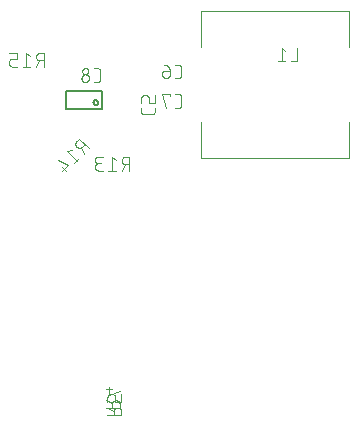
<source format=gbr>
G04 EAGLE Gerber RS-274X export*
G75*
%MOMM*%
%FSLAX34Y34*%
%LPD*%
%INSilkscreen Bottom*%
%IPPOS*%
%AMOC8*
5,1,8,0,0,1.08239X$1,22.5*%
G01*
%ADD10C,0.101600*%
%ADD11C,0.152400*%
%ADD12C,0.100000*%
%ADD13C,0.100000*%


D10*
X368508Y644158D02*
X380192Y644158D01*
X380192Y647404D01*
X380190Y647517D01*
X380184Y647630D01*
X380174Y647743D01*
X380160Y647856D01*
X380143Y647968D01*
X380121Y648079D01*
X380096Y648189D01*
X380066Y648299D01*
X380033Y648407D01*
X379996Y648514D01*
X379956Y648620D01*
X379911Y648724D01*
X379863Y648827D01*
X379812Y648928D01*
X379757Y649027D01*
X379699Y649124D01*
X379637Y649219D01*
X379572Y649312D01*
X379504Y649402D01*
X379433Y649490D01*
X379358Y649576D01*
X379281Y649659D01*
X379201Y649739D01*
X379118Y649816D01*
X379032Y649891D01*
X378944Y649962D01*
X378854Y650030D01*
X378761Y650095D01*
X378666Y650157D01*
X378569Y650215D01*
X378470Y650270D01*
X378369Y650321D01*
X378266Y650369D01*
X378162Y650414D01*
X378056Y650454D01*
X377949Y650491D01*
X377841Y650524D01*
X377731Y650554D01*
X377621Y650579D01*
X377510Y650601D01*
X377398Y650618D01*
X377285Y650632D01*
X377172Y650642D01*
X377059Y650648D01*
X376946Y650650D01*
X376833Y650648D01*
X376720Y650642D01*
X376607Y650632D01*
X376494Y650618D01*
X376382Y650601D01*
X376271Y650579D01*
X376161Y650554D01*
X376051Y650524D01*
X375943Y650491D01*
X375836Y650454D01*
X375730Y650414D01*
X375626Y650369D01*
X375523Y650321D01*
X375422Y650270D01*
X375323Y650215D01*
X375226Y650157D01*
X375131Y650095D01*
X375038Y650030D01*
X374948Y649962D01*
X374860Y649891D01*
X374774Y649816D01*
X374691Y649739D01*
X374611Y649659D01*
X374534Y649576D01*
X374459Y649490D01*
X374388Y649402D01*
X374320Y649312D01*
X374255Y649219D01*
X374193Y649124D01*
X374135Y649027D01*
X374080Y648928D01*
X374029Y648827D01*
X373981Y648724D01*
X373936Y648620D01*
X373896Y648514D01*
X373859Y648407D01*
X373826Y648299D01*
X373796Y648189D01*
X373771Y648079D01*
X373749Y647968D01*
X373732Y647856D01*
X373718Y647743D01*
X373708Y647630D01*
X373702Y647517D01*
X373700Y647404D01*
X373701Y647404D02*
X373701Y644158D01*
X373701Y648053D02*
X368508Y650649D01*
X371104Y655514D02*
X380192Y658111D01*
X371104Y655514D02*
X371104Y662005D01*
X373701Y660058D02*
X368508Y660058D01*
X369808Y637995D02*
X381492Y637995D01*
X381492Y641240D01*
X381490Y641353D01*
X381484Y641466D01*
X381474Y641579D01*
X381460Y641692D01*
X381443Y641804D01*
X381421Y641915D01*
X381396Y642025D01*
X381366Y642135D01*
X381333Y642243D01*
X381296Y642350D01*
X381256Y642456D01*
X381211Y642560D01*
X381163Y642663D01*
X381112Y642764D01*
X381057Y642863D01*
X380999Y642960D01*
X380937Y643055D01*
X380872Y643148D01*
X380804Y643238D01*
X380733Y643326D01*
X380658Y643412D01*
X380581Y643495D01*
X380501Y643575D01*
X380418Y643652D01*
X380332Y643727D01*
X380244Y643798D01*
X380154Y643866D01*
X380061Y643931D01*
X379966Y643993D01*
X379869Y644051D01*
X379770Y644106D01*
X379669Y644157D01*
X379566Y644205D01*
X379462Y644250D01*
X379356Y644290D01*
X379249Y644327D01*
X379141Y644360D01*
X379031Y644390D01*
X378921Y644415D01*
X378810Y644437D01*
X378698Y644454D01*
X378585Y644468D01*
X378472Y644478D01*
X378359Y644484D01*
X378246Y644486D01*
X378133Y644484D01*
X378020Y644478D01*
X377907Y644468D01*
X377794Y644454D01*
X377682Y644437D01*
X377571Y644415D01*
X377461Y644390D01*
X377351Y644360D01*
X377243Y644327D01*
X377136Y644290D01*
X377030Y644250D01*
X376926Y644205D01*
X376823Y644157D01*
X376722Y644106D01*
X376623Y644051D01*
X376526Y643993D01*
X376431Y643931D01*
X376338Y643866D01*
X376248Y643798D01*
X376160Y643727D01*
X376074Y643652D01*
X375991Y643575D01*
X375911Y643495D01*
X375834Y643412D01*
X375759Y643326D01*
X375688Y643238D01*
X375620Y643148D01*
X375555Y643055D01*
X375493Y642960D01*
X375435Y642863D01*
X375380Y642764D01*
X375329Y642663D01*
X375281Y642560D01*
X375236Y642456D01*
X375196Y642350D01*
X375159Y642243D01*
X375126Y642135D01*
X375096Y642025D01*
X375071Y641915D01*
X375049Y641804D01*
X375032Y641692D01*
X375018Y641579D01*
X375008Y641466D01*
X375002Y641353D01*
X375000Y641240D01*
X375001Y641240D02*
X375001Y637995D01*
X375001Y641889D02*
X369808Y644486D01*
X369808Y649351D02*
X369808Y653246D01*
X369810Y653345D01*
X369816Y653445D01*
X369825Y653544D01*
X369838Y653642D01*
X369855Y653740D01*
X369876Y653838D01*
X369901Y653934D01*
X369929Y654029D01*
X369961Y654123D01*
X369996Y654216D01*
X370035Y654308D01*
X370078Y654398D01*
X370123Y654486D01*
X370173Y654573D01*
X370225Y654657D01*
X370281Y654740D01*
X370339Y654820D01*
X370401Y654898D01*
X370466Y654973D01*
X370534Y655046D01*
X370604Y655116D01*
X370677Y655184D01*
X370752Y655249D01*
X370830Y655311D01*
X370910Y655369D01*
X370993Y655425D01*
X371077Y655477D01*
X371164Y655527D01*
X371252Y655572D01*
X371342Y655615D01*
X371434Y655654D01*
X371527Y655689D01*
X371621Y655721D01*
X371716Y655749D01*
X371812Y655774D01*
X371910Y655795D01*
X372008Y655812D01*
X372106Y655825D01*
X372205Y655834D01*
X372305Y655840D01*
X372404Y655842D01*
X373703Y655842D01*
X373802Y655840D01*
X373902Y655834D01*
X374001Y655825D01*
X374099Y655812D01*
X374197Y655795D01*
X374295Y655774D01*
X374391Y655749D01*
X374486Y655721D01*
X374580Y655689D01*
X374673Y655654D01*
X374765Y655615D01*
X374855Y655572D01*
X374943Y655527D01*
X375030Y655477D01*
X375114Y655425D01*
X375197Y655369D01*
X375277Y655311D01*
X375355Y655249D01*
X375430Y655184D01*
X375503Y655116D01*
X375573Y655046D01*
X375641Y654973D01*
X375706Y654898D01*
X375768Y654820D01*
X375826Y654740D01*
X375882Y654657D01*
X375934Y654573D01*
X375984Y654486D01*
X376029Y654398D01*
X376072Y654308D01*
X376111Y654216D01*
X376146Y654123D01*
X376178Y654029D01*
X376206Y653934D01*
X376231Y653838D01*
X376252Y653740D01*
X376269Y653642D01*
X376282Y653544D01*
X376291Y653445D01*
X376297Y653345D01*
X376299Y653246D01*
X376299Y649351D01*
X381492Y649351D01*
X381492Y655842D01*
D11*
X365000Y912500D02*
X335000Y912500D01*
X365000Y912500D02*
X365000Y897500D01*
X335000Y897500D01*
X335000Y912500D01*
X358000Y903000D02*
X358002Y903089D01*
X358008Y903178D01*
X358018Y903267D01*
X358032Y903355D01*
X358049Y903442D01*
X358071Y903528D01*
X358097Y903614D01*
X358126Y903698D01*
X358159Y903781D01*
X358195Y903862D01*
X358236Y903942D01*
X358279Y904019D01*
X358326Y904095D01*
X358377Y904168D01*
X358430Y904239D01*
X358487Y904308D01*
X358547Y904374D01*
X358610Y904438D01*
X358675Y904498D01*
X358743Y904556D01*
X358814Y904610D01*
X358887Y904661D01*
X358962Y904709D01*
X359039Y904754D01*
X359118Y904795D01*
X359199Y904832D01*
X359281Y904866D01*
X359365Y904897D01*
X359450Y904923D01*
X359536Y904946D01*
X359623Y904964D01*
X359711Y904979D01*
X359800Y904990D01*
X359889Y904997D01*
X359978Y905000D01*
X360067Y904999D01*
X360156Y904994D01*
X360244Y904985D01*
X360333Y904972D01*
X360420Y904955D01*
X360507Y904935D01*
X360593Y904910D01*
X360677Y904882D01*
X360760Y904850D01*
X360842Y904814D01*
X360922Y904775D01*
X361000Y904732D01*
X361076Y904686D01*
X361150Y904636D01*
X361222Y904583D01*
X361291Y904527D01*
X361358Y904468D01*
X361422Y904406D01*
X361483Y904342D01*
X361542Y904274D01*
X361597Y904204D01*
X361649Y904132D01*
X361698Y904057D01*
X361743Y903981D01*
X361785Y903902D01*
X361823Y903822D01*
X361858Y903740D01*
X361889Y903656D01*
X361917Y903571D01*
X361940Y903485D01*
X361960Y903398D01*
X361976Y903311D01*
X361988Y903222D01*
X361996Y903134D01*
X362000Y903045D01*
X362000Y902955D01*
X361996Y902866D01*
X361988Y902778D01*
X361976Y902689D01*
X361960Y902602D01*
X361940Y902515D01*
X361917Y902429D01*
X361889Y902344D01*
X361858Y902260D01*
X361823Y902178D01*
X361785Y902098D01*
X361743Y902019D01*
X361698Y901943D01*
X361649Y901868D01*
X361597Y901796D01*
X361542Y901726D01*
X361483Y901658D01*
X361422Y901594D01*
X361358Y901532D01*
X361291Y901473D01*
X361222Y901417D01*
X361150Y901364D01*
X361076Y901314D01*
X361000Y901268D01*
X360922Y901225D01*
X360842Y901186D01*
X360760Y901150D01*
X360677Y901118D01*
X360593Y901090D01*
X360507Y901065D01*
X360420Y901045D01*
X360333Y901028D01*
X360244Y901015D01*
X360156Y901006D01*
X360067Y901001D01*
X359978Y901000D01*
X359889Y901003D01*
X359800Y901010D01*
X359711Y901021D01*
X359623Y901036D01*
X359536Y901054D01*
X359450Y901077D01*
X359365Y901103D01*
X359281Y901134D01*
X359199Y901168D01*
X359118Y901205D01*
X359039Y901246D01*
X358962Y901291D01*
X358887Y901339D01*
X358814Y901390D01*
X358743Y901444D01*
X358675Y901502D01*
X358610Y901562D01*
X358547Y901626D01*
X358487Y901692D01*
X358430Y901761D01*
X358377Y901832D01*
X358326Y901905D01*
X358279Y901981D01*
X358236Y902058D01*
X358195Y902138D01*
X358159Y902219D01*
X358126Y902302D01*
X358097Y902386D01*
X358071Y902472D01*
X358049Y902558D01*
X358032Y902645D01*
X358018Y902733D01*
X358008Y902822D01*
X358002Y902911D01*
X358000Y903000D01*
D10*
X398208Y898001D02*
X398208Y895404D01*
X398210Y895305D01*
X398216Y895205D01*
X398225Y895106D01*
X398238Y895008D01*
X398255Y894910D01*
X398276Y894812D01*
X398301Y894716D01*
X398329Y894621D01*
X398361Y894527D01*
X398396Y894434D01*
X398435Y894342D01*
X398478Y894252D01*
X398523Y894164D01*
X398573Y894077D01*
X398625Y893993D01*
X398681Y893910D01*
X398739Y893830D01*
X398801Y893752D01*
X398866Y893677D01*
X398934Y893604D01*
X399004Y893534D01*
X399077Y893466D01*
X399152Y893401D01*
X399230Y893339D01*
X399310Y893281D01*
X399393Y893225D01*
X399477Y893173D01*
X399564Y893123D01*
X399652Y893078D01*
X399742Y893035D01*
X399834Y892996D01*
X399927Y892961D01*
X400021Y892929D01*
X400116Y892901D01*
X400212Y892876D01*
X400310Y892855D01*
X400408Y892838D01*
X400506Y892825D01*
X400605Y892816D01*
X400705Y892810D01*
X400804Y892808D01*
X407296Y892808D01*
X407395Y892810D01*
X407495Y892816D01*
X407594Y892825D01*
X407692Y892838D01*
X407790Y892855D01*
X407888Y892876D01*
X407984Y892901D01*
X408079Y892929D01*
X408173Y892961D01*
X408266Y892996D01*
X408358Y893035D01*
X408448Y893078D01*
X408536Y893123D01*
X408623Y893173D01*
X408707Y893225D01*
X408790Y893281D01*
X408870Y893339D01*
X408948Y893401D01*
X409023Y893466D01*
X409096Y893534D01*
X409166Y893604D01*
X409234Y893677D01*
X409299Y893752D01*
X409361Y893830D01*
X409419Y893910D01*
X409475Y893993D01*
X409527Y894077D01*
X409577Y894164D01*
X409622Y894252D01*
X409665Y894342D01*
X409704Y894434D01*
X409739Y894526D01*
X409771Y894621D01*
X409799Y894716D01*
X409824Y894812D01*
X409845Y894910D01*
X409862Y895008D01*
X409875Y895106D01*
X409884Y895205D01*
X409890Y895305D01*
X409892Y895404D01*
X409892Y898001D01*
X398208Y902366D02*
X398208Y906261D01*
X398210Y906360D01*
X398216Y906460D01*
X398225Y906559D01*
X398238Y906657D01*
X398255Y906755D01*
X398276Y906853D01*
X398301Y906949D01*
X398329Y907044D01*
X398361Y907138D01*
X398396Y907231D01*
X398435Y907323D01*
X398478Y907413D01*
X398523Y907501D01*
X398573Y907588D01*
X398625Y907672D01*
X398681Y907755D01*
X398739Y907835D01*
X398801Y907913D01*
X398866Y907988D01*
X398934Y908061D01*
X399004Y908131D01*
X399077Y908199D01*
X399152Y908264D01*
X399230Y908326D01*
X399310Y908384D01*
X399393Y908440D01*
X399477Y908492D01*
X399564Y908542D01*
X399652Y908587D01*
X399742Y908630D01*
X399834Y908669D01*
X399927Y908704D01*
X400021Y908736D01*
X400116Y908764D01*
X400212Y908789D01*
X400310Y908810D01*
X400408Y908827D01*
X400506Y908840D01*
X400605Y908849D01*
X400705Y908855D01*
X400804Y908857D01*
X402103Y908857D01*
X402202Y908855D01*
X402302Y908849D01*
X402401Y908840D01*
X402499Y908827D01*
X402597Y908810D01*
X402695Y908789D01*
X402791Y908764D01*
X402886Y908736D01*
X402980Y908704D01*
X403073Y908669D01*
X403165Y908630D01*
X403255Y908587D01*
X403343Y908542D01*
X403430Y908492D01*
X403514Y908440D01*
X403597Y908384D01*
X403677Y908326D01*
X403755Y908264D01*
X403830Y908199D01*
X403903Y908131D01*
X403973Y908061D01*
X404041Y907988D01*
X404106Y907913D01*
X404168Y907835D01*
X404226Y907755D01*
X404282Y907672D01*
X404334Y907588D01*
X404384Y907501D01*
X404429Y907413D01*
X404472Y907323D01*
X404511Y907231D01*
X404546Y907138D01*
X404578Y907044D01*
X404606Y906949D01*
X404631Y906853D01*
X404652Y906755D01*
X404669Y906657D01*
X404682Y906559D01*
X404691Y906460D01*
X404697Y906360D01*
X404699Y906261D01*
X404699Y902366D01*
X409892Y902366D01*
X409892Y908857D01*
X426999Y923208D02*
X429596Y923208D01*
X429695Y923210D01*
X429795Y923216D01*
X429894Y923225D01*
X429992Y923238D01*
X430090Y923255D01*
X430188Y923276D01*
X430284Y923301D01*
X430379Y923329D01*
X430473Y923361D01*
X430566Y923396D01*
X430658Y923435D01*
X430748Y923478D01*
X430836Y923523D01*
X430923Y923573D01*
X431007Y923625D01*
X431090Y923681D01*
X431170Y923739D01*
X431248Y923801D01*
X431323Y923866D01*
X431396Y923934D01*
X431466Y924004D01*
X431534Y924077D01*
X431599Y924152D01*
X431661Y924230D01*
X431719Y924310D01*
X431775Y924393D01*
X431827Y924477D01*
X431877Y924564D01*
X431922Y924652D01*
X431965Y924742D01*
X432004Y924834D01*
X432039Y924927D01*
X432071Y925021D01*
X432099Y925116D01*
X432124Y925212D01*
X432145Y925310D01*
X432162Y925408D01*
X432175Y925506D01*
X432184Y925605D01*
X432190Y925705D01*
X432192Y925804D01*
X432192Y932296D01*
X432190Y932395D01*
X432184Y932495D01*
X432175Y932594D01*
X432162Y932692D01*
X432145Y932790D01*
X432124Y932888D01*
X432099Y932984D01*
X432071Y933079D01*
X432039Y933173D01*
X432004Y933266D01*
X431965Y933358D01*
X431922Y933448D01*
X431877Y933536D01*
X431827Y933623D01*
X431775Y933707D01*
X431719Y933790D01*
X431661Y933870D01*
X431599Y933948D01*
X431534Y934023D01*
X431466Y934096D01*
X431396Y934166D01*
X431323Y934234D01*
X431248Y934299D01*
X431170Y934361D01*
X431090Y934419D01*
X431007Y934475D01*
X430923Y934527D01*
X430836Y934577D01*
X430748Y934622D01*
X430658Y934665D01*
X430566Y934704D01*
X430473Y934739D01*
X430379Y934771D01*
X430284Y934799D01*
X430188Y934824D01*
X430090Y934845D01*
X429992Y934862D01*
X429894Y934875D01*
X429795Y934884D01*
X429695Y934890D01*
X429596Y934892D01*
X426999Y934892D01*
X422634Y929699D02*
X418739Y929699D01*
X418640Y929697D01*
X418540Y929691D01*
X418441Y929682D01*
X418343Y929669D01*
X418245Y929652D01*
X418147Y929631D01*
X418051Y929606D01*
X417956Y929578D01*
X417862Y929546D01*
X417769Y929511D01*
X417677Y929472D01*
X417587Y929429D01*
X417499Y929384D01*
X417412Y929334D01*
X417328Y929282D01*
X417245Y929226D01*
X417165Y929168D01*
X417087Y929106D01*
X417012Y929041D01*
X416939Y928973D01*
X416869Y928903D01*
X416801Y928830D01*
X416736Y928755D01*
X416674Y928677D01*
X416616Y928597D01*
X416560Y928514D01*
X416508Y928430D01*
X416458Y928343D01*
X416413Y928255D01*
X416370Y928165D01*
X416331Y928073D01*
X416296Y927980D01*
X416264Y927886D01*
X416236Y927791D01*
X416211Y927695D01*
X416190Y927597D01*
X416173Y927499D01*
X416160Y927401D01*
X416151Y927302D01*
X416145Y927202D01*
X416143Y927103D01*
X416143Y926454D01*
X416142Y926454D02*
X416144Y926341D01*
X416150Y926228D01*
X416160Y926115D01*
X416174Y926002D01*
X416191Y925890D01*
X416213Y925779D01*
X416238Y925669D01*
X416268Y925559D01*
X416301Y925451D01*
X416338Y925344D01*
X416378Y925238D01*
X416423Y925134D01*
X416471Y925031D01*
X416522Y924930D01*
X416577Y924831D01*
X416635Y924734D01*
X416697Y924639D01*
X416762Y924546D01*
X416830Y924456D01*
X416901Y924368D01*
X416976Y924282D01*
X417053Y924199D01*
X417133Y924119D01*
X417216Y924042D01*
X417302Y923967D01*
X417390Y923896D01*
X417480Y923828D01*
X417573Y923763D01*
X417668Y923701D01*
X417765Y923643D01*
X417864Y923588D01*
X417965Y923537D01*
X418068Y923489D01*
X418172Y923444D01*
X418278Y923404D01*
X418385Y923367D01*
X418493Y923334D01*
X418603Y923304D01*
X418713Y923279D01*
X418824Y923257D01*
X418936Y923240D01*
X419049Y923226D01*
X419162Y923216D01*
X419275Y923210D01*
X419388Y923208D01*
X419501Y923210D01*
X419614Y923216D01*
X419727Y923226D01*
X419840Y923240D01*
X419952Y923257D01*
X420063Y923279D01*
X420173Y923304D01*
X420283Y923334D01*
X420391Y923367D01*
X420498Y923404D01*
X420604Y923444D01*
X420708Y923489D01*
X420811Y923537D01*
X420912Y923588D01*
X421011Y923643D01*
X421108Y923701D01*
X421203Y923763D01*
X421296Y923828D01*
X421386Y923896D01*
X421474Y923967D01*
X421560Y924042D01*
X421643Y924119D01*
X421723Y924199D01*
X421800Y924282D01*
X421875Y924368D01*
X421946Y924456D01*
X422014Y924546D01*
X422079Y924639D01*
X422141Y924734D01*
X422199Y924831D01*
X422254Y924930D01*
X422305Y925031D01*
X422353Y925134D01*
X422398Y925238D01*
X422438Y925344D01*
X422475Y925451D01*
X422508Y925559D01*
X422538Y925669D01*
X422563Y925779D01*
X422585Y925890D01*
X422602Y926002D01*
X422616Y926115D01*
X422626Y926228D01*
X422632Y926341D01*
X422634Y926454D01*
X422634Y929699D01*
X422632Y929842D01*
X422626Y929985D01*
X422616Y930128D01*
X422602Y930270D01*
X422585Y930412D01*
X422563Y930554D01*
X422538Y930695D01*
X422508Y930835D01*
X422475Y930974D01*
X422438Y931112D01*
X422397Y931249D01*
X422353Y931385D01*
X422304Y931520D01*
X422252Y931653D01*
X422197Y931785D01*
X422137Y931915D01*
X422074Y932044D01*
X422008Y932171D01*
X421938Y932296D01*
X421865Y932418D01*
X421788Y932539D01*
X421708Y932658D01*
X421625Y932774D01*
X421539Y932889D01*
X421450Y933000D01*
X421357Y933110D01*
X421262Y933216D01*
X421163Y933320D01*
X421062Y933421D01*
X420958Y933520D01*
X420852Y933615D01*
X420742Y933708D01*
X420631Y933797D01*
X420516Y933883D01*
X420400Y933966D01*
X420281Y934046D01*
X420160Y934123D01*
X420038Y934196D01*
X419913Y934266D01*
X419786Y934332D01*
X419657Y934395D01*
X419527Y934455D01*
X419395Y934510D01*
X419262Y934562D01*
X419127Y934611D01*
X418991Y934655D01*
X418854Y934696D01*
X418716Y934733D01*
X418577Y934766D01*
X418437Y934796D01*
X418296Y934821D01*
X418154Y934843D01*
X418012Y934860D01*
X417870Y934874D01*
X417727Y934884D01*
X417584Y934890D01*
X417441Y934892D01*
X426999Y898208D02*
X429596Y898208D01*
X429695Y898210D01*
X429795Y898216D01*
X429894Y898225D01*
X429992Y898238D01*
X430090Y898255D01*
X430188Y898276D01*
X430284Y898301D01*
X430379Y898329D01*
X430473Y898361D01*
X430566Y898396D01*
X430658Y898435D01*
X430748Y898478D01*
X430836Y898523D01*
X430923Y898573D01*
X431007Y898625D01*
X431090Y898681D01*
X431170Y898739D01*
X431248Y898801D01*
X431323Y898866D01*
X431396Y898934D01*
X431466Y899004D01*
X431534Y899077D01*
X431599Y899152D01*
X431661Y899230D01*
X431719Y899310D01*
X431775Y899393D01*
X431827Y899477D01*
X431877Y899564D01*
X431922Y899652D01*
X431965Y899742D01*
X432004Y899834D01*
X432039Y899927D01*
X432071Y900021D01*
X432099Y900116D01*
X432124Y900212D01*
X432145Y900310D01*
X432162Y900408D01*
X432175Y900506D01*
X432184Y900605D01*
X432190Y900705D01*
X432192Y900804D01*
X432192Y907296D01*
X432190Y907395D01*
X432184Y907495D01*
X432175Y907594D01*
X432162Y907692D01*
X432145Y907790D01*
X432124Y907888D01*
X432099Y907984D01*
X432071Y908079D01*
X432039Y908173D01*
X432004Y908266D01*
X431965Y908358D01*
X431922Y908448D01*
X431877Y908536D01*
X431827Y908623D01*
X431775Y908707D01*
X431719Y908790D01*
X431661Y908870D01*
X431599Y908948D01*
X431534Y909023D01*
X431466Y909096D01*
X431396Y909166D01*
X431323Y909234D01*
X431248Y909299D01*
X431170Y909361D01*
X431090Y909419D01*
X431007Y909475D01*
X430923Y909527D01*
X430836Y909577D01*
X430748Y909622D01*
X430658Y909665D01*
X430566Y909704D01*
X430473Y909739D01*
X430379Y909771D01*
X430284Y909799D01*
X430188Y909824D01*
X430090Y909845D01*
X429992Y909862D01*
X429894Y909875D01*
X429795Y909884D01*
X429695Y909890D01*
X429596Y909892D01*
X426999Y909892D01*
X422634Y909892D02*
X422634Y908594D01*
X422634Y909892D02*
X416143Y909892D01*
X419388Y898208D01*
X361261Y920108D02*
X358664Y920108D01*
X361261Y920108D02*
X361360Y920110D01*
X361460Y920116D01*
X361559Y920125D01*
X361657Y920138D01*
X361755Y920155D01*
X361853Y920176D01*
X361949Y920201D01*
X362044Y920229D01*
X362138Y920261D01*
X362231Y920296D01*
X362323Y920335D01*
X362413Y920378D01*
X362501Y920423D01*
X362588Y920473D01*
X362672Y920525D01*
X362755Y920581D01*
X362835Y920639D01*
X362913Y920701D01*
X362988Y920766D01*
X363061Y920834D01*
X363131Y920904D01*
X363199Y920977D01*
X363264Y921052D01*
X363326Y921130D01*
X363384Y921210D01*
X363440Y921293D01*
X363492Y921377D01*
X363542Y921464D01*
X363587Y921552D01*
X363630Y921642D01*
X363669Y921734D01*
X363704Y921827D01*
X363736Y921921D01*
X363764Y922016D01*
X363789Y922112D01*
X363810Y922210D01*
X363827Y922308D01*
X363840Y922406D01*
X363849Y922505D01*
X363855Y922605D01*
X363857Y922704D01*
X363857Y929196D01*
X363855Y929295D01*
X363849Y929395D01*
X363840Y929494D01*
X363827Y929592D01*
X363810Y929690D01*
X363789Y929788D01*
X363764Y929884D01*
X363736Y929979D01*
X363704Y930073D01*
X363669Y930166D01*
X363630Y930258D01*
X363587Y930348D01*
X363542Y930436D01*
X363492Y930523D01*
X363440Y930607D01*
X363384Y930690D01*
X363326Y930770D01*
X363264Y930848D01*
X363199Y930923D01*
X363131Y930996D01*
X363061Y931066D01*
X362988Y931134D01*
X362913Y931199D01*
X362835Y931261D01*
X362755Y931319D01*
X362672Y931375D01*
X362588Y931427D01*
X362501Y931477D01*
X362413Y931522D01*
X362323Y931565D01*
X362231Y931604D01*
X362138Y931639D01*
X362044Y931671D01*
X361949Y931699D01*
X361853Y931724D01*
X361755Y931745D01*
X361657Y931762D01*
X361559Y931775D01*
X361460Y931784D01*
X361360Y931790D01*
X361261Y931792D01*
X358664Y931792D01*
X354300Y923354D02*
X354298Y923467D01*
X354292Y923580D01*
X354282Y923693D01*
X354268Y923806D01*
X354251Y923918D01*
X354229Y924029D01*
X354204Y924139D01*
X354174Y924249D01*
X354141Y924357D01*
X354104Y924464D01*
X354064Y924570D01*
X354019Y924674D01*
X353971Y924777D01*
X353920Y924878D01*
X353865Y924977D01*
X353807Y925074D01*
X353745Y925169D01*
X353680Y925262D01*
X353612Y925352D01*
X353541Y925440D01*
X353466Y925526D01*
X353389Y925609D01*
X353309Y925689D01*
X353226Y925766D01*
X353140Y925841D01*
X353052Y925912D01*
X352962Y925980D01*
X352869Y926045D01*
X352774Y926107D01*
X352677Y926165D01*
X352578Y926220D01*
X352477Y926271D01*
X352374Y926319D01*
X352270Y926364D01*
X352164Y926404D01*
X352057Y926441D01*
X351949Y926474D01*
X351839Y926504D01*
X351729Y926529D01*
X351618Y926551D01*
X351506Y926568D01*
X351393Y926582D01*
X351280Y926592D01*
X351167Y926598D01*
X351054Y926600D01*
X350941Y926598D01*
X350828Y926592D01*
X350715Y926582D01*
X350602Y926568D01*
X350490Y926551D01*
X350379Y926529D01*
X350269Y926504D01*
X350159Y926474D01*
X350051Y926441D01*
X349944Y926404D01*
X349838Y926364D01*
X349734Y926319D01*
X349631Y926271D01*
X349530Y926220D01*
X349431Y926165D01*
X349334Y926107D01*
X349239Y926045D01*
X349146Y925980D01*
X349056Y925912D01*
X348968Y925841D01*
X348882Y925766D01*
X348799Y925689D01*
X348719Y925609D01*
X348642Y925526D01*
X348567Y925440D01*
X348496Y925352D01*
X348428Y925262D01*
X348363Y925169D01*
X348301Y925074D01*
X348243Y924977D01*
X348188Y924878D01*
X348137Y924777D01*
X348089Y924674D01*
X348044Y924570D01*
X348004Y924464D01*
X347967Y924357D01*
X347934Y924249D01*
X347904Y924139D01*
X347879Y924029D01*
X347857Y923918D01*
X347840Y923806D01*
X347826Y923693D01*
X347816Y923580D01*
X347810Y923467D01*
X347808Y923354D01*
X347810Y923241D01*
X347816Y923128D01*
X347826Y923015D01*
X347840Y922902D01*
X347857Y922790D01*
X347879Y922679D01*
X347904Y922569D01*
X347934Y922459D01*
X347967Y922351D01*
X348004Y922244D01*
X348044Y922138D01*
X348089Y922034D01*
X348137Y921931D01*
X348188Y921830D01*
X348243Y921731D01*
X348301Y921634D01*
X348363Y921539D01*
X348428Y921446D01*
X348496Y921356D01*
X348567Y921268D01*
X348642Y921182D01*
X348719Y921099D01*
X348799Y921019D01*
X348882Y920942D01*
X348968Y920867D01*
X349056Y920796D01*
X349146Y920728D01*
X349239Y920663D01*
X349334Y920601D01*
X349431Y920543D01*
X349530Y920488D01*
X349631Y920437D01*
X349734Y920389D01*
X349838Y920344D01*
X349944Y920304D01*
X350051Y920267D01*
X350159Y920234D01*
X350269Y920204D01*
X350379Y920179D01*
X350490Y920157D01*
X350602Y920140D01*
X350715Y920126D01*
X350828Y920116D01*
X350941Y920110D01*
X351054Y920108D01*
X351167Y920110D01*
X351280Y920116D01*
X351393Y920126D01*
X351506Y920140D01*
X351618Y920157D01*
X351729Y920179D01*
X351839Y920204D01*
X351949Y920234D01*
X352057Y920267D01*
X352164Y920304D01*
X352270Y920344D01*
X352374Y920389D01*
X352477Y920437D01*
X352578Y920488D01*
X352677Y920543D01*
X352774Y920601D01*
X352869Y920663D01*
X352962Y920728D01*
X353052Y920796D01*
X353140Y920867D01*
X353226Y920942D01*
X353309Y921019D01*
X353389Y921099D01*
X353466Y921182D01*
X353541Y921268D01*
X353612Y921356D01*
X353680Y921446D01*
X353745Y921539D01*
X353807Y921634D01*
X353865Y921731D01*
X353920Y921830D01*
X353971Y921931D01*
X354019Y922034D01*
X354064Y922138D01*
X354104Y922244D01*
X354141Y922351D01*
X354174Y922459D01*
X354204Y922569D01*
X354229Y922679D01*
X354251Y922790D01*
X354268Y922902D01*
X354282Y923015D01*
X354292Y923128D01*
X354298Y923241D01*
X354300Y923354D01*
X353650Y929196D02*
X353648Y929297D01*
X353642Y929397D01*
X353632Y929497D01*
X353619Y929597D01*
X353601Y929696D01*
X353580Y929795D01*
X353555Y929892D01*
X353526Y929989D01*
X353493Y930084D01*
X353457Y930178D01*
X353417Y930270D01*
X353374Y930361D01*
X353327Y930450D01*
X353277Y930537D01*
X353223Y930623D01*
X353166Y930706D01*
X353106Y930786D01*
X353043Y930865D01*
X352976Y930941D01*
X352907Y931014D01*
X352835Y931084D01*
X352761Y931152D01*
X352684Y931217D01*
X352604Y931278D01*
X352522Y931337D01*
X352438Y931392D01*
X352352Y931444D01*
X352264Y931493D01*
X352174Y931538D01*
X352082Y931580D01*
X351989Y931618D01*
X351894Y931652D01*
X351799Y931683D01*
X351702Y931710D01*
X351604Y931733D01*
X351505Y931753D01*
X351405Y931768D01*
X351305Y931780D01*
X351205Y931788D01*
X351104Y931792D01*
X351004Y931792D01*
X350903Y931788D01*
X350803Y931780D01*
X350703Y931768D01*
X350603Y931753D01*
X350504Y931733D01*
X350406Y931710D01*
X350309Y931683D01*
X350214Y931652D01*
X350119Y931618D01*
X350026Y931580D01*
X349934Y931538D01*
X349844Y931493D01*
X349756Y931444D01*
X349670Y931392D01*
X349586Y931337D01*
X349504Y931278D01*
X349424Y931217D01*
X349347Y931152D01*
X349273Y931084D01*
X349201Y931014D01*
X349132Y930941D01*
X349065Y930865D01*
X349002Y930786D01*
X348942Y930706D01*
X348885Y930623D01*
X348831Y930537D01*
X348781Y930450D01*
X348734Y930361D01*
X348691Y930270D01*
X348651Y930178D01*
X348615Y930084D01*
X348582Y929989D01*
X348553Y929892D01*
X348528Y929795D01*
X348507Y929696D01*
X348489Y929597D01*
X348476Y929497D01*
X348466Y929397D01*
X348460Y929297D01*
X348458Y929196D01*
X348460Y929095D01*
X348466Y928995D01*
X348476Y928895D01*
X348489Y928795D01*
X348507Y928696D01*
X348528Y928597D01*
X348553Y928500D01*
X348582Y928403D01*
X348615Y928308D01*
X348651Y928214D01*
X348691Y928122D01*
X348734Y928031D01*
X348781Y927942D01*
X348831Y927855D01*
X348885Y927769D01*
X348942Y927686D01*
X349002Y927606D01*
X349065Y927527D01*
X349132Y927451D01*
X349201Y927378D01*
X349273Y927308D01*
X349347Y927240D01*
X349424Y927175D01*
X349504Y927114D01*
X349586Y927055D01*
X349670Y927000D01*
X349756Y926948D01*
X349844Y926899D01*
X349934Y926854D01*
X350026Y926812D01*
X350119Y926774D01*
X350214Y926740D01*
X350309Y926709D01*
X350406Y926682D01*
X350504Y926659D01*
X350603Y926639D01*
X350703Y926624D01*
X350803Y926612D01*
X350903Y926604D01*
X351004Y926600D01*
X351104Y926600D01*
X351205Y926604D01*
X351305Y926612D01*
X351405Y926624D01*
X351505Y926639D01*
X351604Y926659D01*
X351702Y926682D01*
X351799Y926709D01*
X351894Y926740D01*
X351989Y926774D01*
X352082Y926812D01*
X352174Y926854D01*
X352264Y926899D01*
X352352Y926948D01*
X352438Y927000D01*
X352522Y927055D01*
X352604Y927114D01*
X352684Y927175D01*
X352761Y927240D01*
X352835Y927308D01*
X352907Y927378D01*
X352976Y927451D01*
X353043Y927527D01*
X353106Y927606D01*
X353166Y927686D01*
X353223Y927769D01*
X353277Y927855D01*
X353327Y927942D01*
X353374Y928031D01*
X353417Y928122D01*
X353457Y928214D01*
X353493Y928308D01*
X353526Y928403D01*
X353555Y928500D01*
X353580Y928597D01*
X353601Y928696D01*
X353619Y928795D01*
X353632Y928895D01*
X353642Y928995D01*
X353648Y929095D01*
X353650Y929196D01*
X388435Y856792D02*
X388435Y845108D01*
X388435Y856792D02*
X385190Y856792D01*
X385077Y856790D01*
X384964Y856784D01*
X384851Y856774D01*
X384738Y856760D01*
X384626Y856743D01*
X384515Y856721D01*
X384405Y856696D01*
X384295Y856666D01*
X384187Y856633D01*
X384080Y856596D01*
X383974Y856556D01*
X383870Y856511D01*
X383767Y856463D01*
X383666Y856412D01*
X383567Y856357D01*
X383470Y856299D01*
X383375Y856237D01*
X383282Y856172D01*
X383192Y856104D01*
X383104Y856033D01*
X383018Y855958D01*
X382935Y855881D01*
X382855Y855801D01*
X382778Y855718D01*
X382703Y855632D01*
X382632Y855544D01*
X382564Y855454D01*
X382499Y855361D01*
X382437Y855266D01*
X382379Y855169D01*
X382324Y855070D01*
X382273Y854969D01*
X382225Y854866D01*
X382180Y854762D01*
X382140Y854656D01*
X382103Y854549D01*
X382070Y854441D01*
X382040Y854331D01*
X382015Y854221D01*
X381993Y854110D01*
X381976Y853998D01*
X381962Y853885D01*
X381952Y853772D01*
X381946Y853659D01*
X381944Y853546D01*
X381946Y853433D01*
X381952Y853320D01*
X381962Y853207D01*
X381976Y853094D01*
X381993Y852982D01*
X382015Y852871D01*
X382040Y852761D01*
X382070Y852651D01*
X382103Y852543D01*
X382140Y852436D01*
X382180Y852330D01*
X382225Y852226D01*
X382273Y852123D01*
X382324Y852022D01*
X382379Y851923D01*
X382437Y851826D01*
X382499Y851731D01*
X382564Y851638D01*
X382632Y851548D01*
X382703Y851460D01*
X382778Y851374D01*
X382855Y851291D01*
X382935Y851211D01*
X383018Y851134D01*
X383104Y851059D01*
X383192Y850988D01*
X383282Y850920D01*
X383375Y850855D01*
X383470Y850793D01*
X383567Y850735D01*
X383666Y850680D01*
X383767Y850629D01*
X383870Y850581D01*
X383974Y850536D01*
X384080Y850496D01*
X384187Y850459D01*
X384295Y850426D01*
X384405Y850396D01*
X384515Y850371D01*
X384626Y850349D01*
X384738Y850332D01*
X384851Y850318D01*
X384964Y850308D01*
X385077Y850302D01*
X385190Y850300D01*
X385190Y850301D02*
X388435Y850301D01*
X384541Y850301D02*
X381944Y845108D01*
X377079Y854196D02*
X373834Y856792D01*
X373834Y845108D01*
X377079Y845108D02*
X370588Y845108D01*
X365649Y845108D02*
X362404Y845108D01*
X362291Y845110D01*
X362178Y845116D01*
X362065Y845126D01*
X361952Y845140D01*
X361840Y845157D01*
X361729Y845179D01*
X361619Y845204D01*
X361509Y845234D01*
X361401Y845267D01*
X361294Y845304D01*
X361188Y845344D01*
X361084Y845389D01*
X360981Y845437D01*
X360880Y845488D01*
X360781Y845543D01*
X360684Y845601D01*
X360589Y845663D01*
X360496Y845728D01*
X360406Y845796D01*
X360318Y845867D01*
X360232Y845942D01*
X360149Y846019D01*
X360069Y846099D01*
X359992Y846182D01*
X359917Y846268D01*
X359846Y846356D01*
X359778Y846446D01*
X359713Y846539D01*
X359651Y846634D01*
X359593Y846731D01*
X359538Y846830D01*
X359487Y846931D01*
X359439Y847034D01*
X359394Y847138D01*
X359354Y847244D01*
X359317Y847351D01*
X359284Y847459D01*
X359254Y847569D01*
X359229Y847679D01*
X359207Y847790D01*
X359190Y847902D01*
X359176Y848015D01*
X359166Y848128D01*
X359160Y848241D01*
X359158Y848354D01*
X359160Y848467D01*
X359166Y848580D01*
X359176Y848693D01*
X359190Y848806D01*
X359207Y848918D01*
X359229Y849029D01*
X359254Y849139D01*
X359284Y849249D01*
X359317Y849357D01*
X359354Y849464D01*
X359394Y849570D01*
X359439Y849674D01*
X359487Y849777D01*
X359538Y849878D01*
X359593Y849977D01*
X359651Y850074D01*
X359713Y850169D01*
X359778Y850262D01*
X359846Y850352D01*
X359917Y850440D01*
X359992Y850526D01*
X360069Y850609D01*
X360149Y850689D01*
X360232Y850766D01*
X360318Y850841D01*
X360406Y850912D01*
X360496Y850980D01*
X360589Y851045D01*
X360684Y851107D01*
X360781Y851165D01*
X360880Y851220D01*
X360981Y851271D01*
X361084Y851319D01*
X361188Y851364D01*
X361294Y851404D01*
X361401Y851441D01*
X361509Y851474D01*
X361619Y851504D01*
X361729Y851529D01*
X361840Y851551D01*
X361952Y851568D01*
X362065Y851582D01*
X362178Y851592D01*
X362291Y851598D01*
X362404Y851600D01*
X361754Y856792D02*
X365649Y856792D01*
X361754Y856792D02*
X361653Y856790D01*
X361553Y856784D01*
X361453Y856774D01*
X361353Y856761D01*
X361254Y856743D01*
X361155Y856722D01*
X361058Y856697D01*
X360961Y856668D01*
X360866Y856635D01*
X360772Y856599D01*
X360680Y856559D01*
X360589Y856516D01*
X360500Y856469D01*
X360413Y856419D01*
X360327Y856365D01*
X360244Y856308D01*
X360164Y856248D01*
X360085Y856185D01*
X360009Y856118D01*
X359936Y856049D01*
X359866Y855977D01*
X359798Y855903D01*
X359733Y855826D01*
X359672Y855746D01*
X359613Y855664D01*
X359558Y855580D01*
X359506Y855494D01*
X359457Y855406D01*
X359412Y855316D01*
X359370Y855224D01*
X359332Y855131D01*
X359298Y855036D01*
X359267Y854941D01*
X359240Y854844D01*
X359217Y854746D01*
X359197Y854647D01*
X359182Y854547D01*
X359170Y854447D01*
X359162Y854347D01*
X359158Y854246D01*
X359158Y854146D01*
X359162Y854045D01*
X359170Y853945D01*
X359182Y853845D01*
X359197Y853745D01*
X359217Y853646D01*
X359240Y853548D01*
X359267Y853451D01*
X359298Y853356D01*
X359332Y853261D01*
X359370Y853168D01*
X359412Y853076D01*
X359457Y852986D01*
X359506Y852898D01*
X359558Y852812D01*
X359613Y852728D01*
X359672Y852646D01*
X359733Y852566D01*
X359798Y852489D01*
X359866Y852415D01*
X359936Y852343D01*
X360009Y852274D01*
X360085Y852207D01*
X360164Y852144D01*
X360244Y852084D01*
X360327Y852027D01*
X360413Y851973D01*
X360500Y851923D01*
X360589Y851876D01*
X360680Y851833D01*
X360772Y851793D01*
X360866Y851757D01*
X360961Y851724D01*
X361058Y851695D01*
X361155Y851670D01*
X361254Y851649D01*
X361353Y851631D01*
X361453Y851618D01*
X361553Y851608D01*
X361653Y851602D01*
X361754Y851600D01*
X361754Y851599D02*
X364351Y851599D01*
X354173Y863970D02*
X345911Y872232D01*
X343616Y869937D01*
X343537Y869856D01*
X343461Y869772D01*
X343388Y869685D01*
X343319Y869595D01*
X343252Y869504D01*
X343189Y869410D01*
X343129Y869314D01*
X343072Y869216D01*
X343019Y869116D01*
X342969Y869014D01*
X342923Y868910D01*
X342881Y868805D01*
X342842Y868699D01*
X342807Y868591D01*
X342776Y868482D01*
X342748Y868372D01*
X342725Y868261D01*
X342705Y868150D01*
X342689Y868038D01*
X342677Y867925D01*
X342669Y867812D01*
X342665Y867699D01*
X342665Y867585D01*
X342669Y867472D01*
X342677Y867359D01*
X342689Y867246D01*
X342705Y867134D01*
X342725Y867023D01*
X342748Y866912D01*
X342776Y866802D01*
X342807Y866693D01*
X342842Y866585D01*
X342881Y866479D01*
X342923Y866374D01*
X342969Y866270D01*
X343019Y866168D01*
X343072Y866068D01*
X343129Y865970D01*
X343189Y865874D01*
X343252Y865780D01*
X343319Y865689D01*
X343388Y865599D01*
X343461Y865512D01*
X343537Y865428D01*
X343616Y865347D01*
X343697Y865268D01*
X343781Y865192D01*
X343868Y865119D01*
X343958Y865050D01*
X344049Y864983D01*
X344143Y864920D01*
X344239Y864860D01*
X344337Y864803D01*
X344437Y864750D01*
X344539Y864700D01*
X344643Y864654D01*
X344748Y864612D01*
X344854Y864573D01*
X344962Y864538D01*
X345071Y864507D01*
X345181Y864479D01*
X345292Y864456D01*
X345403Y864436D01*
X345515Y864420D01*
X345628Y864408D01*
X345741Y864400D01*
X345854Y864396D01*
X345968Y864396D01*
X346081Y864400D01*
X346194Y864408D01*
X346307Y864420D01*
X346419Y864436D01*
X346530Y864456D01*
X346641Y864479D01*
X346751Y864507D01*
X346860Y864538D01*
X346968Y864573D01*
X347074Y864612D01*
X347179Y864654D01*
X347283Y864700D01*
X347385Y864750D01*
X347485Y864803D01*
X347583Y864860D01*
X347679Y864920D01*
X347773Y864983D01*
X347864Y865050D01*
X347954Y865119D01*
X348041Y865192D01*
X348125Y865268D01*
X348206Y865347D01*
X350501Y867642D01*
X347747Y864888D02*
X349583Y859380D01*
X339717Y862366D02*
X335586Y861907D01*
X343848Y853645D01*
X346143Y855940D02*
X341553Y851350D01*
X336225Y849694D02*
X327963Y854283D01*
X336225Y849694D02*
X331635Y845104D01*
X331176Y848317D02*
X334848Y844645D01*
X315842Y933208D02*
X315842Y944892D01*
X312596Y944892D01*
X312483Y944890D01*
X312370Y944884D01*
X312257Y944874D01*
X312144Y944860D01*
X312032Y944843D01*
X311921Y944821D01*
X311811Y944796D01*
X311701Y944766D01*
X311593Y944733D01*
X311486Y944696D01*
X311380Y944656D01*
X311276Y944611D01*
X311173Y944563D01*
X311072Y944512D01*
X310973Y944457D01*
X310876Y944399D01*
X310781Y944337D01*
X310688Y944272D01*
X310598Y944204D01*
X310510Y944133D01*
X310424Y944058D01*
X310341Y943981D01*
X310261Y943901D01*
X310184Y943818D01*
X310109Y943732D01*
X310038Y943644D01*
X309970Y943554D01*
X309905Y943461D01*
X309843Y943366D01*
X309785Y943269D01*
X309730Y943170D01*
X309679Y943069D01*
X309631Y942966D01*
X309586Y942862D01*
X309546Y942756D01*
X309509Y942649D01*
X309476Y942541D01*
X309446Y942431D01*
X309421Y942321D01*
X309399Y942210D01*
X309382Y942098D01*
X309368Y941985D01*
X309358Y941872D01*
X309352Y941759D01*
X309350Y941646D01*
X309352Y941533D01*
X309358Y941420D01*
X309368Y941307D01*
X309382Y941194D01*
X309399Y941082D01*
X309421Y940971D01*
X309446Y940861D01*
X309476Y940751D01*
X309509Y940643D01*
X309546Y940536D01*
X309586Y940430D01*
X309631Y940326D01*
X309679Y940223D01*
X309730Y940122D01*
X309785Y940023D01*
X309843Y939926D01*
X309905Y939831D01*
X309970Y939738D01*
X310038Y939648D01*
X310109Y939560D01*
X310184Y939474D01*
X310261Y939391D01*
X310341Y939311D01*
X310424Y939234D01*
X310510Y939159D01*
X310598Y939088D01*
X310688Y939020D01*
X310781Y938955D01*
X310876Y938893D01*
X310973Y938835D01*
X311072Y938780D01*
X311173Y938729D01*
X311276Y938681D01*
X311380Y938636D01*
X311486Y938596D01*
X311593Y938559D01*
X311701Y938526D01*
X311811Y938496D01*
X311921Y938471D01*
X312032Y938449D01*
X312144Y938432D01*
X312257Y938418D01*
X312370Y938408D01*
X312483Y938402D01*
X312596Y938400D01*
X312596Y938401D02*
X315842Y938401D01*
X311947Y938401D02*
X309351Y933208D01*
X304486Y942296D02*
X301240Y944892D01*
X301240Y933208D01*
X297995Y933208D02*
X304486Y933208D01*
X293056Y933208D02*
X289161Y933208D01*
X289062Y933210D01*
X288962Y933216D01*
X288863Y933225D01*
X288765Y933238D01*
X288667Y933255D01*
X288569Y933276D01*
X288473Y933301D01*
X288378Y933329D01*
X288284Y933361D01*
X288191Y933396D01*
X288099Y933435D01*
X288009Y933478D01*
X287921Y933523D01*
X287834Y933573D01*
X287750Y933625D01*
X287667Y933681D01*
X287587Y933739D01*
X287509Y933801D01*
X287434Y933866D01*
X287361Y933934D01*
X287291Y934004D01*
X287223Y934077D01*
X287158Y934152D01*
X287096Y934230D01*
X287038Y934310D01*
X286982Y934393D01*
X286930Y934477D01*
X286880Y934564D01*
X286835Y934652D01*
X286792Y934742D01*
X286753Y934834D01*
X286718Y934927D01*
X286686Y935021D01*
X286658Y935116D01*
X286633Y935212D01*
X286612Y935310D01*
X286595Y935408D01*
X286582Y935506D01*
X286573Y935605D01*
X286567Y935705D01*
X286565Y935804D01*
X286565Y937103D01*
X286567Y937202D01*
X286573Y937302D01*
X286582Y937401D01*
X286595Y937499D01*
X286612Y937597D01*
X286633Y937695D01*
X286658Y937791D01*
X286686Y937886D01*
X286718Y937980D01*
X286753Y938073D01*
X286792Y938165D01*
X286835Y938255D01*
X286880Y938343D01*
X286930Y938430D01*
X286982Y938514D01*
X287038Y938597D01*
X287096Y938677D01*
X287158Y938755D01*
X287223Y938830D01*
X287291Y938903D01*
X287361Y938973D01*
X287434Y939041D01*
X287509Y939106D01*
X287587Y939168D01*
X287667Y939226D01*
X287750Y939282D01*
X287834Y939334D01*
X287921Y939384D01*
X288009Y939429D01*
X288099Y939472D01*
X288191Y939511D01*
X288284Y939546D01*
X288378Y939578D01*
X288473Y939606D01*
X288569Y939631D01*
X288667Y939652D01*
X288765Y939669D01*
X288863Y939682D01*
X288962Y939691D01*
X289062Y939697D01*
X289161Y939699D01*
X293056Y939699D01*
X293056Y944892D01*
X286565Y944892D01*
D12*
X574000Y886000D02*
X574000Y855500D01*
X449000Y855500D01*
X449000Y886000D01*
X574000Y950000D02*
X574000Y980500D01*
X449000Y980500D01*
X449000Y950000D01*
D13*
X449000Y950000D03*
D10*
X530042Y949242D02*
X530042Y937558D01*
X524849Y937558D01*
X520540Y946646D02*
X517294Y949242D01*
X517294Y937558D01*
X514049Y937558D02*
X520540Y937558D01*
M02*

</source>
